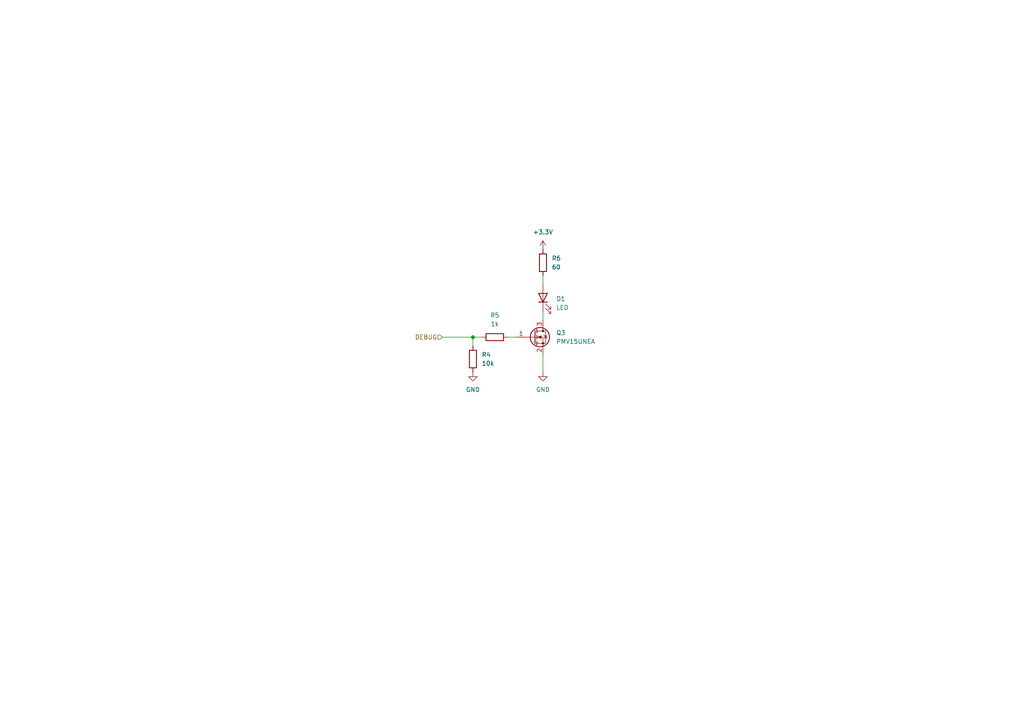
<source format=kicad_sch>
(kicad_sch (version 20211123) (generator eeschema)
  (paper "A4")
  (lib_symbols
    (symbol "Device:LED" (pin_numbers hide) (pin_names (offset 1.016) hide)
      (property "Reference" "D" (at 0 2.54 0))
      (property "Value" "LED" (at 0 -2.54 0))
      (symbol "LED_0_1"
        (polyline (pts (xy -1.27 -1.27) (xy -1.27 1.27)) (stroke (width 0.254)))
        (polyline (pts (xy -1.27 0) (xy 1.27 0)))
        (polyline (pts (xy 1.27 -1.27) (xy 1.27 1.27) (xy -1.27 0) (xy 1.27 -1.27)) (stroke (width 0.254)))
        (polyline (pts (xy -3.048 -0.762) (xy -4.572 -2.286) (xy -3.81 -2.286) (xy -4.572 -2.286) (xy -4.572 -1.524)))
        (polyline (pts (xy -1.778 -0.762) (xy -3.302 -2.286) (xy -2.54 -2.286) (xy -3.302 -2.286) (xy -3.302 -1.524)))
      )
      (symbol "LED_1_1"
        (pin passive line (at -3.81 0 0) (length 2.54) (name "K") (number "1"))
        (pin passive line (at 3.81 0 180) (length 2.54) (name "A") (number "2"))
      )
    )
    (symbol "Device:Q_NMOS_GSD" (pin_names (offset 0) hide)
      (property "Reference" "Q" (at 5.08 1.27 0))
      (property "Value" "Q_NMOS_GSD" (at 5.08 -1.27 0))
      (symbol "Q_NMOS_GSD_0_1"
        (polyline (pts (xy 0.254 0) (xy -2.54 0)))
        (polyline (pts (xy 0.254 1.905) (xy 0.254 -1.905)) (stroke (width 0.254)))
        (polyline (pts (xy 0.762 -1.27) (xy 0.762 -2.286)) (stroke (width 0.254)))
        (polyline (pts (xy 0.762 0.508) (xy 0.762 -0.508)) (stroke (width 0.254)))
        (polyline (pts (xy 0.762 2.286) (xy 0.762 1.27)) (stroke (width 0.254)))
        (polyline (pts (xy 2.54 2.54) (xy 2.54 1.778)))
        (polyline (pts (xy 2.54 -2.54) (xy 2.54 0) (xy 0.762 0)))
        (polyline (pts (xy 0.762 -1.778) (xy 3.302 -1.778) (xy 3.302 1.778) (xy 0.762 1.778)))
        (polyline (pts (xy 1.016 0) (xy 2.032 0.381) (xy 2.032 -0.381) (xy 1.016 0)) (fill (type outline)))
        (polyline (pts (xy 2.794 0.508) (xy 2.921 0.381) (xy 3.683 0.381) (xy 3.81 0.254)))
        (polyline (pts (xy 3.302 0.381) (xy 2.921 -0.254) (xy 3.683 -0.254) (xy 3.302 0.381)))
        (circle (center 1.651 0) (radius 2.794) (stroke (width 0.254)))
        (circle (center 2.54 -1.778) (radius 0.254) (fill (type outline)))
        (circle (center 2.54 1.778) (radius 0.254) (fill (type outline)))
      )
      (symbol "Q_NMOS_GSD_1_1"
        (pin input line (at -5.08 0 0) (length 2.54) (name "G") (number "1"))
        (pin passive line (at 2.54 -5.08 90) (length 2.54) (name "S") (number "2"))
        (pin passive line (at 2.54 5.08 270) (length 2.54) (name "D") (number "3"))
      )
    )
    (symbol "Device:R" (pin_numbers hide) (pin_names (offset 0))
      (property "Reference" "R" (at 2.032 0 90))
      (property "Value" "R" (at 0 0 90))
      (symbol "R_0_1"
        (rectangle (start -1.016 -2.54) (end 1.016 2.54) (stroke (width 0.254)))
      )
      (symbol "R_1_1"
        (pin passive line (at 0 3.81 270) (length 1.27) (name "~") (number "1"))
        (pin passive line (at 0 -3.81 90) (length 1.27) (name "~") (number "2"))
      )
    )
    (symbol "power:+3.3V" (power) (pin_names (offset 0))
      (property "Value" "+3.3V" (at 0 3.556 0))
      (symbol "+3.3V_0_1"
        (polyline (pts (xy -0.762 1.27) (xy 0 2.54)))
        (polyline (pts (xy 0 0) (xy 0 2.54)))
        (polyline (pts (xy 0 2.54) (xy 0.762 1.27)))
      )
      (symbol "+3.3V_1_1"
        (pin power_in line (at 0 0 90) (length 0) hide (name "+3.3V") (number "1"))
      )
    )
    (symbol "power:GND" (power) (pin_names (offset 0))
      (property "Value" "GND" (at 0 -3.81 0))
      (symbol "GND_0_1"
        (polyline (pts (xy 0 0) (xy 0 -1.27) (xy 1.27 -1.27) (xy 0 -2.54) (xy -1.27 -1.27) (xy 0 -1.27)))
      )
      (symbol "GND_1_1"
        (pin power_in line (at 0 0 270) (length 0) hide (name "GND") (number "1"))
      )
    )
  )
  (junction (at 137.16 97.79))
  (wire (pts (xy 137.16 97.79) (xy 137.16 100.33)))
  (wire (pts (xy 157.48 102.87) (xy 157.48 107.95)))
  (wire (pts (xy 157.48 80.01) (xy 157.48 82.55)))
  (wire (pts (xy 147.32 97.79) (xy 149.86 97.79)))
  (wire (pts (xy 139.7 97.79) (xy 137.16 97.79)))
  (wire (pts (xy 157.48 90.17) (xy 157.48 92.71)))
  (wire (pts (xy 128.27 97.79) (xy 137.16 97.79)))
  (hierarchical_label "DEBUG" (shape input) (at 128.27 97.79 180))
  (symbol (lib_id "Device:Q_NMOS_GSD") (at 154.94 97.79 0) (unit 1)
    (property "Reference" "Q3" (at 161.29 96.5199 0) (effects (justify left)))
    (property "Value" "PMV15UNEA" (at 161.29 99.0599 0) (effects (justify left)))
  )
  (symbol (lib_id "Device:R") (at 157.48 76.2 0) (unit 1)
    (property "Reference" "R6" (at 160.02 74.9299 0) (effects (justify left)))
    (property "Value" "60" (at 160.02 77.4699 0) (effects (justify left)))
  )
  (symbol (lib_id "power:GND") (at 157.48 107.95 0) (unit 1)
    (property "Reference" "#PWR017" (effects hide))
    (property "Value" "GND" (at 157.48 113.03 0))
  )
  (symbol (lib_id "Device:LED") (at 157.48 86.36 90) (unit 1)
    (property "Reference" "D1" (at 161.29 86.6774 90) (effects (justify right)))
    (property "Value" "LED" (at 161.29 89.2174 90) (effects (justify right)))
  )
  (symbol (lib_id "power:+3.3V") (at 157.48 72.39 0) (unit 1)
    (property "Reference" "#PWR016" (effects hide))
    (property "Value" "+3.3V" (at 157.48 67.31 0))
  )
  (symbol (lib_id "power:GND") (at 137.16 107.95 0) (unit 1)
    (property "Reference" "#PWR015" (effects hide))
    (property "Value" "GND" (at 137.16 113.03 0))
  )
  (symbol (lib_id "Device:R") (at 143.51 97.79 90) (unit 1)
    (property "Reference" "R5" (at 143.51 91.44 90))
    (property "Value" "1k" (at 143.51 93.98 90))
  )
  (symbol (lib_id "Device:R") (at 137.16 104.14 0) (unit 1)
    (property "Reference" "R4" (at 139.7 102.8699 0) (effects (justify left)))
    (property "Value" "10k" (at 139.7 105.4099 0) (effects (justify left)))
  )
)
</source>
